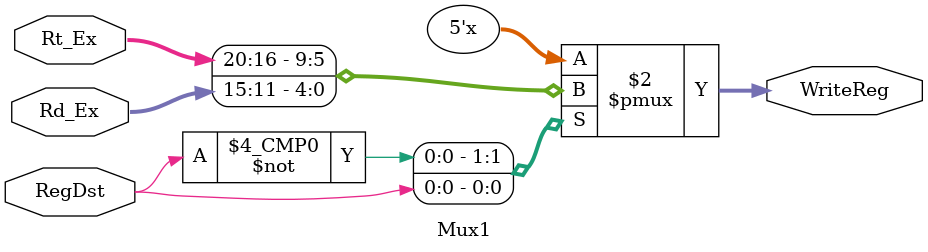
<source format=v>
module Mux1(	
        input wire [20:16] Rt_Ex,
	input wire [15:11] Rd_Ex,
	input wire RegDst,
	output reg [4:0] WriteReg);

always @ (*) begin
		case(RegDst) 
			0 : WriteReg <= Rt_Ex;
			1 : WriteReg <= Rd_Ex;
		endcase
	end

endmodule
</source>
